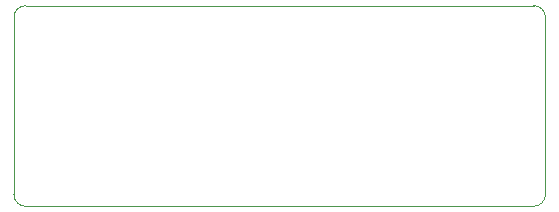
<source format=gbr>
%TF.GenerationSoftware,KiCad,Pcbnew,6.0.10-86aedd382b~118~ubuntu22.04.1*%
%TF.CreationDate,2023-03-06T18:26:28-08:00*%
%TF.ProjectId,pressure-qwiic-3,70726573-7375-4726-952d-71776969632d,rev?*%
%TF.SameCoordinates,Original*%
%TF.FileFunction,Profile,NP*%
%FSLAX46Y46*%
G04 Gerber Fmt 4.6, Leading zero omitted, Abs format (unit mm)*
G04 Created by KiCad (PCBNEW 6.0.10-86aedd382b~118~ubuntu22.04.1) date 2023-03-06 18:26:28*
%MOMM*%
%LPD*%
G01*
G04 APERTURE LIST*
%TA.AperFunction,Profile*%
%ADD10C,0.100000*%
%TD*%
G04 APERTURE END LIST*
D10*
X-21500000Y0D02*
G75*
G03*
X-22500000Y-1000000I-1J-999999D01*
G01*
X22500000Y-1000000D02*
X22500000Y-16000000D01*
X21500000Y-17000000D02*
X-21500000Y-17000000D01*
X22500000Y-1000000D02*
G75*
G03*
X21500000Y0I-1000000J0D01*
G01*
X-21500000Y0D02*
X21500000Y0D01*
X-22500000Y-16000000D02*
X-22500000Y-1000000D01*
X21500000Y-17000000D02*
G75*
G03*
X22500000Y-16000000I0J1000000D01*
G01*
X-22500000Y-16000000D02*
G75*
G03*
X-21500000Y-17000000I999999J-1D01*
G01*
M02*

</source>
